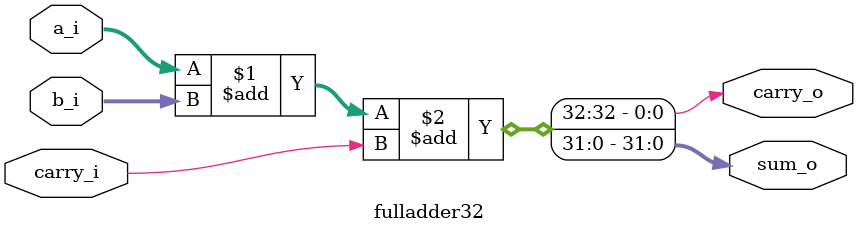
<source format=sv>
module fulladder32(
  input  logic [31:0] a_i,
  input  logic [31:0] b_i,
  input  logic        carry_i,
  output logic [31:0] sum_o,
  output logic        carry_o
);

assign {carry_o, sum_o} = a_i + b_i + carry_i;

endmodule
</source>
